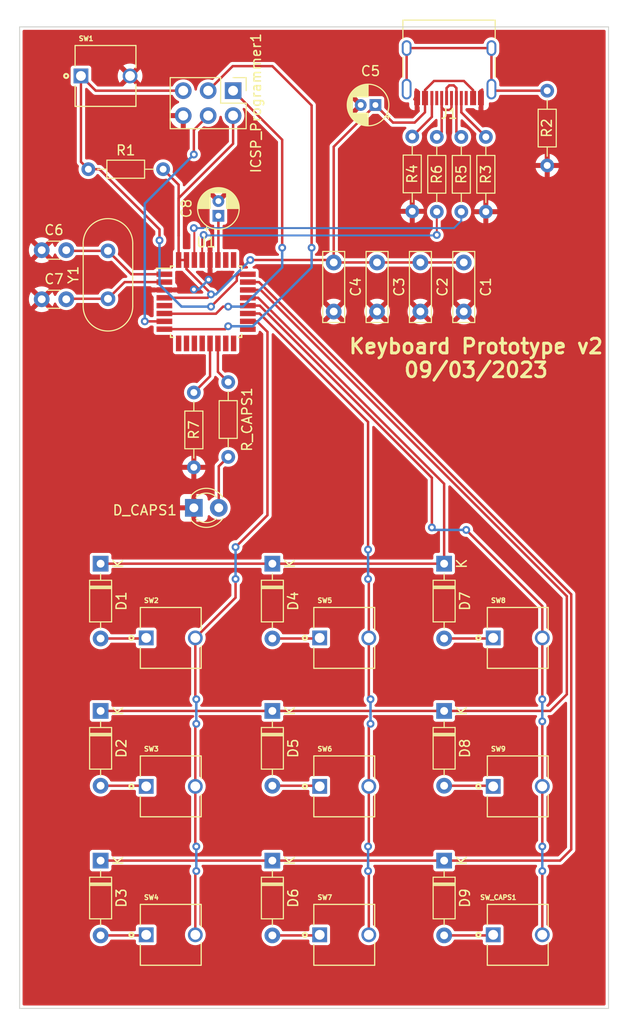
<source format=kicad_pcb>
(kicad_pcb (version 20211014) (generator pcbnew)
  (layers (0 "F.Cu" signal) (31 "B.Cu" signal) (34 "B.Paste" user) (35 "F.Paste" user) (36 "B.SilkS" user "B.Silkscreen") (37 "F.SilkS" user "F.Silkscreen") (38 "B.Mask" user) (39 "F.Mask" user) (44 "Edge.Cuts" user))
  (net 0 "")
  (net 1 "Net-(C6-Pad2)")
  (net 2 "Net-(C7-Pad2)")
  (net 3 "Net-(C8-Pad1)")
  (net 4 "Net-(D1-Pad2)")
  (net 5 "Net-(D2-Pad2)")
  (net 6 "ROW3")
  (net 7 "Net-(D3-Pad2)")
  (net 8 "Net-(D4-Pad2)")
  (net 9 "Net-(D5-Pad2)")
  (net 10 "Net-(D6-Pad2)")
  (net 11 "Net-(D7-Pad2)")
  (net 12 "Net-(D8-Pad2)")
  (net 13 "Net-(D9-Pad2)")
  (net 14 "Net-(J1-PadA5)")
  (net 15 "Net-(J1-PadA6)")
  (net 16 "Net-(J1-PadA7)")
  (net 18 "Net-(J1-PadB5)")
  (net 20 "Net-(J1-PadS1)")
  (net 21 "RESET")
  (net 22 "D-")
  (net 23 "D+")
  (net 24 "Net-(R7-Pad1)")
  (net 25 "CAPS")
  (net 26 "COL1")
  (net 27 "COL2")
  (net 28 "COL3")
  (net 31 "VCC")
  (net 32 "GND")
  (net 40 "ROW1")
  (net 41 "ROW2")
  (net 42 "MISO")
  (net 43 "MOSI")
  (net 44 "SCLK")
  (net 46 "Net-(R_CAPS1-Pad2)")
  (footprint "Diode_THT:D_DO-35_SOD27_P7.62mm_Horizontal" (layer "F.Cu") (at 43.5 74.69 -90)
    (fp_text reference "D1" (at 3.81 -2.12 90) (layer "F.SilkS"))
    (fp_text value "1N4148")
    (fp_text user "K" (at 0 -1.8 90) (layer "F.SilkS"))
    (pad "1" thru_hole rect (at 0 0 270) (size 1.6 1.6) (drill 0.8) (layers *.Cu *.Mask) (net 40 "ROW1"))
    (pad "2" thru_hole oval (at 7.62 0 270) (size 1.6 1.6) (drill 0.8) (layers *.Cu *.Mask) (net 4 "Net-(D1-Pad2)"))
  )
  (footprint "Button - Alternate:SW_4-1437565-0" (layer "F.Cu") (at 68.32375 97.375)
    (fp_text reference "SW6" (at -1.979083 -3.810736) (layer "F.SilkS") (effects (font (size 0.480749 0.480749))))
    (fp_text value "SW_Push")
    (pad "1" thru_hole rect locked (at -2.5019 0) (size 1.508 1.508) (drill 1) (layers *.Cu *.Mask) (net 9 "Net-(D5-Pad2)"))
    (pad "2" thru_hole circle locked (at 2.5019 0) (size 1.508 1.508) (drill 1) (layers *.Cu *.Mask) (net 27 "COL2"))
  )
  (footprint "Button - Alternate:SW_4-1437565-0" (layer "F.Cu") (at 86 97.375)
    (fp_text reference "SW9" (at -1.979083 -3.810736) (layer "F.SilkS") (effects (font (size 0.480749 0.480749))))
    (fp_text value "SW_Push")
    (pad "1" thru_hole rect locked (at -2.5019 0) (size 1.508 1.508) (drill 1) (layers *.Cu *.Mask) (net 12 "Net-(D8-Pad2)"))
    (pad "2" thru_hole circle locked (at 2.5019 0) (size 1.508 1.508) (drill 1) (layers *.Cu *.Mask) (net 28 "COL3"))
  )
  (footprint "Button - Alternate:SW_4-1437565-0" (layer "F.Cu") (at 68.32375 82.25)
    (fp_text reference "SW5" (at -1.979083 -3.810736) (layer "F.SilkS") (effects (font (size 0.480749 0.480749))))
    (fp_text value "SW_Push")
    (pad "1" thru_hole rect locked (at -2.5019 0) (size 1.508 1.508) (drill 1) (layers *.Cu *.Mask) (net 8 "Net-(D4-Pad2)"))
    (pad "2" thru_hole circle locked (at 2.5019 0) (size 1.508 1.508) (drill 1) (layers *.Cu *.Mask) (net 27 "COL2"))
  )
  (footprint "Button - Alternate:SW_4-1437565-0" (layer "F.Cu") (at 68.32375 112.5)
    (fp_text reference "SW7" (at -1.979083 -3.810736) (layer "F.SilkS") (effects (font (size 0.480749 0.480749))))
    (fp_text value "SW_Push")
    (pad "1" thru_hole rect locked (at -2.5019 0) (size 1.508 1.508) (drill 1) (layers *.Cu *.Mask) (net 10 "Net-(D6-Pad2)"))
    (pad "2" thru_hole circle locked (at 2.5019 0) (size 1.508 1.508) (drill 1) (layers *.Cu *.Mask) (net 27 "COL2"))
  )
  (footprint "Capacitor_THT:C_Disc_D3.0mm_W1.6mm_P2.50mm" (layer "F.Cu") (at 37.5 47.75)
    (fp_text reference "C7" (at 1.25 -2.05) (layer "F.SilkS"))
    (fp_text value "22pf")
    (pad "1" thru_hole circle (at 0 0) (size 1.6 1.6) (drill 0.8) (layers *.Cu *.Mask) (net 32 "GND"))
    (pad "2" thru_hole circle (at 2.5 0) (size 1.6 1.6) (drill 0.8) (layers *.Cu *.Mask) (net 2 "Net-(C7-Pad2)"))
  )
  (footprint "Diode_THT:D_DO-35_SOD27_P7.62mm_Horizontal" (layer "F.Cu") (at 61 74.69 -90)
    (fp_text reference "D4" (at 3.81 -2.12 90) (layer "F.SilkS"))
    (fp_text value "1N4148")
    (fp_text user "K" (at 0 -1.8 90) (layer "F.SilkS"))
    (pad "1" thru_hole rect (at 0 0 270) (size 1.6 1.6) (drill 0.8) (layers *.Cu *.Mask) (net 40 "ROW1"))
    (pad "2" thru_hole oval (at 7.62 0 270) (size 1.6 1.6) (drill 0.8) (layers *.Cu *.Mask) (net 8 "Net-(D4-Pad2)"))
  )
  (footprint "Resistor_THT:R_Axial_DIN0204_L3.6mm_D1.6mm_P7.62mm_Horizontal" (layer "F.Cu") (at 89 26.5 -90)
    (fp_text reference "R2" (at 3.81 0.04 90) (layer "F.SilkS"))
    (fp_text value "10M")
    (pad "1" thru_hole circle (at 0 0 270) (size 1.4 1.4) (drill 0.7) (layers *.Cu *.Mask) (net 20 "Net-(J1-PadS1)"))
    (pad "2" thru_hole oval (at 7.62 0 270) (size 1.4 1.4) (drill 0.7) (layers *.Cu *.Mask) (net 32 "GND"))
  )
  (footprint "Capacitor_THT:C_Rect_L7.0mm_W2.0mm_P5.00mm" (layer "F.Cu") (at 80.5 44 -90)
    (fp_text reference "C1" (at 2.5 -2.25 90) (layer "F.SilkS"))
    (fp_text value "0.1uf")
    (pad "1" thru_hole circle (at 0 0 270) (size 1.6 1.6) (drill 0.8) (layers *.Cu *.Mask) (net 31 "VCC"))
    (pad "2" thru_hole circle (at 5 0 270) (size 1.6 1.6) (drill 0.8) (layers *.Cu *.Mask) (net 32 "GND"))
  )
  (footprint "Capacitor_THT:CP_Radial_D4.0mm_P1.50mm" (layer "F.Cu") (at 55.5 39.25 90)
    (fp_text reference "C8" (at 0.75 -3.25 90) (layer "F.SilkS"))
    (fp_text value "1uf")
    (pad "1" thru_hole rect (at 0 0 90) (size 1.2 1.2) (drill 0.6) (layers *.Cu *.Mask) (net 3 "Net-(C8-Pad1)"))
    (pad "2" thru_hole circle (at 1.5 0 90) (size 1.2 1.2) (drill 0.6) (layers *.Cu *.Mask) (net 32 "GND"))
  )
  (footprint "Connector_PinHeader_2.54mm:PinHeader_2x03_P2.54mm_Vertical" (layer "F.Cu") (at 57 26.5 -90)
    (fp_text reference "ICSP_Programmer1" (at 1.27 -2.33 -90) (layer "F.SilkS"))
    (fp_text value "Conn_02x03_Odd_Even")
    (pad "1" thru_hole rect (at 0 0 270) (size 1.7 1.7) (drill 1) (layers *.Cu *.Mask) (net 42 "MISO"))
    (pad "2" thru_hole oval (at 2.54 0 270) (size 1.7 1.7) (drill 1) (layers *.Cu *.Mask) (net 31 "VCC"))
    (pad "3" thru_hole oval (at 0 2.54 270) (size 1.7 1.7) (drill 1) (layers *.Cu *.Mask) (net 44 "SCLK"))
    (pad "4" thru_hole oval (at 2.54 2.54 270) (size 1.7 1.7) (drill 1) (layers *.Cu *.Mask) (net 43 "MOSI"))
    (pad "5" thru_hole oval (at 0 5.08 270) (size 1.7 1.7) (drill 1) (layers *.Cu *.Mask) (net 21 "RESET"))
    (pad "6" thru_hole oval (at 2.54 5.08 270) (size 1.7 1.7) (drill 1) (layers *.Cu *.Mask) (net 32 "GND"))
  )
  (footprint "Resistor_THT:R_Axial_DIN0204_L3.6mm_D1.6mm_P7.62mm_Horizontal" (layer "F.Cu") (at 42.25 34.5)
    (fp_text reference "R1" (at 3.81 -1.92) (layer "F.SilkS"))
    (fp_text value "10k")
    (pad "1" thru_hole circle (at 0 0) (size 1.4 1.4) (drill 0.7) (layers *.Cu *.Mask) (net 21 "RESET"))
    (pad "2" thru_hole oval (at 7.62 0) (size 1.4 1.4) (drill 0.7) (layers *.Cu *.Mask) (net 31 "VCC"))
  )
  (footprint "Capacitor_THT:C_Rect_L7.0mm_W2.0mm_P5.00mm" (layer "F.Cu") (at 71.666668 44 -90)
    (fp_text reference "C3" (at 2.5 -2.25 90) (layer "F.SilkS"))
    (fp_text value "0.1uf")
    (pad "1" thru_hole circle (at 0 0 270) (size 1.6 1.6) (drill 0.8) (layers *.Cu *.Mask) (net 31 "VCC"))
    (pad "2" thru_hole circle (at 5 0 270) (size 1.6 1.6) (drill 0.8) (layers *.Cu *.Mask) (net 32 "GND"))
  )
  (footprint "Resistor_THT:R_Axial_DIN0204_L3.6mm_D1.6mm_P7.62mm_Horizontal" (layer "F.Cu") (at 80.25 31.21 -90)
    (fp_text reference "R5" (at 3.81 0 -90) (layer "F.SilkS"))
    (fp_text value "22ohm")
    (pad "1" thru_hole circle (at 0 0 270) (size 1.4 1.4) (drill 0.7) (layers *.Cu *.Mask) (net 16 "Net-(J1-PadA7)"))
    (pad "2" thru_hole oval (at 7.62 0 270) (size 1.4 1.4) (drill 0.7) (layers *.Cu *.Mask) (net 22 "D-"))
  )
  (footprint "Connector_USB:USB_C_Receptacle_HRO_TYPE-C-31-M-12" (layer "F.Cu") (at 79 23.21 180)
    (fp_text reference "J1" (at 0 -5.645) (layer "F.SilkS"))
    (fp_text value "USB_C_Receptacle_USB2.0")
    (pad "" np_thru_hole circle (at 2.89 -2.6 180) (size 0.65 0.65) (drill 0.65) (layers *.Cu *.Mask))
    (pad "" np_thru_hole circle (at -2.89 -2.6 180) (size 0.65 0.65) (drill 0.65) (layers *.Cu *.Mask))
    (pad "A1" smd rect (at -3.25 -4.045 180) (size 0.6 1.45) (layers "F.Cu" "F.Paste" "F.Mask") (net 32 "GND"))
    (pad "A4" smd rect (at -2.45 -4.045 180) (size 0.6 1.45) (layers "F.Cu" "F.Paste" "F.Mask") (net 31 "VCC"))
    (pad "A5" smd rect (at -1.25 -4.045 180) (size 0.3 1.45) (layers "F.Cu" "F.Paste" "F.Mask") (net 14 "Net-(J1-PadA5)"))
    (pad "A6" smd rect (at -0.25 -4.045 180) (size 0.3 1.45) (layers "F.Cu" "F.Paste" "F.Mask") (net 15 "Net-(J1-PadA6)"))
    (pad "A7" smd rect (at 0.25 -4.045 180) (size 0.3 1.45) (layers "F.Cu" "F.Paste" "F.Mask") (net 16 "Net-(J1-PadA7)"))
    (pad "A8" smd rect (at 1.25 -4.045 180) (size 0.3 1.45) (layers "F.Cu" "F.Paste" "F.Mask"))
    (pad "A9" smd rect (at 2.45 -4.045 180) (size 0.6 1.45) (layers "F.Cu" "F.Paste" "F.Mask") (net 31 "VCC"))
    (pad "A12" smd rect (at 3.25 -4.045 180) (size 0.6 1.45) (layers "F.Cu" "F.Paste" "F.Mask") (net 32 "GND"))
    (pad "B1" smd rect (at 3.25 -4.045 180) (size 0.6 1.45) (layers "F.Cu" "F.Paste" "F.Mask") (net 32 "GND"))
    (pad "B4" smd rect (at 2.45 -4.045 180) (size 0.6 1.45) (layers "F.Cu" "F.Paste" "F.Mask") (net 31 "VCC"))
    (pad "B5" smd rect (at 1.75 -4.045 180) (size 0.3 1.45) (layers "F.Cu" "F.Paste" "F.Mask") (net 18 "Net-(J1-PadB5)"))
    (pad "B6" smd rect (at 0.75 -4.045 180) (size 0.3 1.45) (layers "F.Cu" "F.Paste" "F.Mask") (net 15 "Net-(J1-PadA6)"))
    (pad "B7" smd rect (at -0.75 -4.045 180) (size 0.3 1.45) (layers "F.Cu" "F.Paste" "F.Mask") (net 16 "Net-(J1-PadA7)"))
    (pad "B8" smd rect (at -1.75 -4.045 180) (size 0.3 1.45) (layers "F.Cu" "F.Paste" "F.Mask"))
    (pad "B9" smd rect (at -2.45 -4.045 180) (size 0.6 1.45) (layers "F.Cu" "F.Paste" "F.Mask") (net 31 "VCC"))
    (pad "B12" smd rect (at -3.25 -4.045 180) (size 0.6 1.45) (layers "F.Cu" "F.Paste" "F.Mask") (net 32 "GND"))
    (pad "S1" thru_hole oval (at 4.32 1.05 180) (size 1 1.6) (drill oval 0.6 1.2) (layers *.Cu *.Mask) (net 20 "Net-(J1-PadS1)"))
    (pad "S1" thru_hole oval (at -4.32 1.05 180) (size 1 1.6) (drill oval 0.6 1.2) (layers *.Cu *.Mask) (net 20 "Net-(J1-PadS1)"))
    (pad "S1" thru_hole oval (at -4.32 -3.13 180) (size 1 2.1) (drill oval 0.6 1.7) (layers *.Cu *.Mask) (net 20 "Net-(J1-PadS1)"))
    (pad "S1" thru_hole oval (at 4.32 -3.13 180) (size 1 2.1) (drill oval 0.6 1.7) (layers *.Cu *.Mask) (net 20 "Net-(J1-PadS1)"))
  )
  (footprint "Diode_THT:D_DO-35_SOD27_P7.62mm_Horizontal" (layer "F.Cu") (at 78.5 104.94 -90)
    (fp_text reference "D9" (at 3.81 -2.12 90) (layer "F.SilkS"))
    (fp_text value "1N4148")
    (fp_text user "K" (at 0 -1.8 90) (layer "F.SilkS"))
    (pad "1" thru_hole rect (at 0 0 270) (size 1.6 1.6) (drill 0.8) (layers *.Cu *.Mask) (net 6 "ROW3"))
    (pad "2" thru_hole oval (at 7.62 0 270) (size 1.6 1.6) (drill 0.8) (layers *.Cu *.Mask) (net 13 "Net-(D9-Pad2)"))
  )
  (footprint "Resistor_THT:R_Axial_DIN0204_L3.6mm_D1.6mm_P7.62mm_Horizontal" (layer "F.Cu") (at 75.25 31.17 -90)
    (fp_text reference "R4" (at 3.81 0 -90) (layer "F.SilkS"))
    (fp_text value "5.1k")
    (pad "1" thru_hole circle (at 0 0 270) (size 1.4 1.4) (drill 0.7) (layers *.Cu *.Mask) (net 18 "Net-(J1-PadB5)"))
    (pad "2" thru_hole oval (at 7.62 0 270) (size 1.4 1.4) (drill 0.7) (layers *.Cu *.Mask) (net 32 "GND"))
  )
  (footprint "Button - Alternate:SW_4-1437565-0" (layer "F.Cu") (at 50.6475 82.25)
    (fp_text reference "SW2" (at -1.979083 -3.810736) (layer "F.SilkS") (effects (font (size 0.480749 0.480749))))
    (fp_text value "SW_Push")
    (pad "1" thru_hole rect locked (at -2.5019 0) (size 1.508 1.508) (drill 1) (layers *.Cu *.Mask) (net 4 "Net-(D1-Pad2)"))
    (pad "2" thru_hole circle locked (at 2.5019 0) (size 1.508 1.508) (drill 1) (layers *.Cu *.Mask) (net 26 "COL1"))
  )
  (footprint "Button - Alternate:SW_4-1437565-0" (layer "F.Cu") (at 44 25)
    (fp_text reference "SW1" (at -1.979083 -3.810736) (layer "F.SilkS") (effects (font (size 0.480749 0.480749))))
    (fp_text value "SW_Push")
    (pad "1" thru_hole rect locked (at -2.5019 0) (size 1.508 1.508) (drill 1) (layers *.Cu *.Mask) (net 21 "RESET"))
    (pad "2" thru_hole circle locked (at 2.5019 0) (size 1.508 1.508) (drill 1) (layers *.Cu *.Mask) (net 32 "GND"))
  )
  (footprint "Package_QFP:TQFP-32_7x7mm_P0.8mm" (layer "F.Cu") (at 54.25 48)
    (fp_text reference "U1" (at 0 -6.05) (layer "F.SilkS"))
    (fp_text value "ATmega8U2-A")
    (pad "1" smd rect (at -4.25 -2.8) (size 1.6 0.55) (layers "F.Cu" "F.Paste" "F.Mask") (net 1 "Net-(C6-Pad2)"))
    (pad "2" smd rect (at -4.25 -2) (size 1.6 0.55) (layers "F.Cu" "F.Paste" "F.Mask") (net 2 "Net-(C7-Pad2)"))
    (pad "3" smd rect (at -4.25 -1.2) (size 1.6 0.55) (layers "F.Cu" "F.Paste" "F.Mask") (net 32 "GND"))
    (pad "4" smd rect (at -4.25 -0.4) (size 1.6 0.55) (layers "F.Cu" "F.Paste" "F.Mask") (net 31 "VCC"))
    (pad "5" smd rect (at -4.25 0.4) (size 1.6 0.55) (layers "F.Cu" "F.Paste" "F.Mask"))
    (pad "6" smd rect (at -4.25 1.2) (size 1.6 0.55) (layers "F.Cu" "F.Paste" "F.Mask") (net 42 "MISO"))
    (pad "7" smd rect (at -4.25 2) (size 1.6 0.55) (layers "F.Cu" "F.Paste" "F.Mask") (net 43 "MOSI"))
    (pad "8" smd rect (at -4.25 2.8) (size 1.6 0.55) (layers "F.Cu" "F.Paste" "F.Mask") (net 44 "SCLK"))
    (pad "9" smd rect (at -2.8 4.25 90) (size 1.6 0.55) (layers "F.Cu" "F.Paste" "F.Mask"))
    (pad "10" smd rect (at -2 4.25 90) (size 1.6 0.55) (layers "F.Cu" "F.Paste" "F.Mask"))
    (pad "11" smd rect (at -1.2 4.25 90) (size 1.6 0.55) (layers "F.Cu" "F.Paste" "F.Mask"))
    (pad "12" smd rect (at -0.4 4.25 90) (size 1.6 0.55) (layers "F.Cu" "F.Paste" "F.Mask"))
    (pad "13" smd rect (at 0.4 4.25 90) (size 1.6 0.55) (layers "F.Cu" "F.Paste" "F.Mask") (net 24 "Net-(R7-Pad1)"))
    (pad "14" smd rect (at 1.2 4.25 90) (size 1.6 0.55) (layers "F.Cu" "F.Paste" "F.Mask") (net 25 "CAPS"))
    (pad "15" smd rect (at 2 4.25 90) (size 1.6 0.55) (layers "F.Cu" "F.Paste" "F.Mask"))
    (pad "16" smd rect (at 2.8 4.25 90) (size 1.6 0.55) (layers "F.Cu" "F.Paste" "F.Mask"))
    (pad "17" smd rect (at 4.25 2.8) (size 1.6 0.55) (layers "F.Cu" "F.Paste" "F.Mask"))
    (pad "18" smd rect (at 4.25 2) (size 1.6 0.55) (layers "F.Cu" "F.Paste" "F.Mask") (net 26 "COL1"))
    (pad "19" smd rect (at 4.25 1.2) (size 1.6 0.55) (layers "F.Cu" "F.Paste" "F.Mask") (net 27 "COL2"))
    (pad "20" smd rect (at 4.25 0.4) (size 1.6 0.55) (layers "F.Cu" "F.Paste" "F.Mask") (net 28 "COL3"))
    (pad "21" smd rect (at 4.25 -0.4) (size 1.6 0.55) (layers "F.Cu" "F.Paste" "F.Mask") (net 40 "ROW1"))
    (pad "22" smd rect (at 4.25 -1.2) (size 1.6 0.55) (layers "F.Cu" "F.Paste" "F.Mask") (net 41 "ROW2"))
    (pad "23" smd rect (at 4.25 -2) (size 1.6 0.55) (layers "F.Cu" "F.Paste" "F.Mask") (net 6 "ROW3"))
    (pad "24" smd rect (at 4.25 -2.8) (size 1.6 0.55) (layers "F.Cu" "F.Paste" "F.Mask") (net 21 "RESET"))
    (pad "25" smd rect (at 2.8 -4.25 90) (size 1.6 0.55) (layers "F.Cu" "F.Paste" "F.Mask"))
    (pad "26" smd rect (at 2 -4.25 90) (size 1.6 0.55) (layers "F.Cu" "F.Paste" "F.Mask"))
    (pad "27" smd rect (at 1.2 -4.25 90) (size 1.6 0.55) (layers "F.Cu" "F.Paste" "F.Mask") (net 3 "Net-(C8-Pad1)"))
    (pad "28" smd rect (at 0.4 -4.25 90) (size 1.6 0.55) (layers "F.Cu" "F.Paste" "F.Mask") (net 32 "GND"))
    (pad "29" smd rect (at -0.4 -4.25 90) (size 1.6 0.55) (layers "F.Cu" "F.Paste" "F.Mask") (net 23 "D+"))
    (pad "30" smd rect (at -1.2 -4.25 90) (size 1.6 0.55) (layers "F.Cu" "F.Paste" "F.Mask") (net 22 "D-"))
    (pad "31" smd rect (at -2 -4.25 90) (size 1.6 0.55) (layers "F.Cu" "F.Paste" "F.Mask") (net 31 "VCC"))
    (pad "32" smd rect (at -2.8 -4.25 90) (size 1.6 0.55) (layers "F.Cu" "F.Paste" "F.Mask") (net 31 "VCC"))
  )
  (footprint "Button - Alternate:SW_4-1437565-0" (layer "F.Cu") (at 86 82.25)
    (fp_text reference "SW8" (at -1.979083 -3.810736) (layer "F.SilkS") (effects (font (size 0.480749 0.480749))))
    (fp_text value "SW_Push")
    (pad "1" thru_hole rect locked (at -2.5019 0) (size 1.508 1.508) (drill 1) (layers *.Cu *.Mask) (net 11 "Net-(D7-Pad2)"))
    (pad "2" thru_hole circle locked (at 2.5019 0) (size 1.508 1.508) (drill 1) (layers *.Cu *.Mask) (net 28 "COL3"))
  )
  (footprint "Capacitor_THT:CP_Radial_D4.0mm_P1.50mm" (layer "F.Cu") (at 71.5 27.96 180)
    (fp_text reference "C5" (at 0.5 3.46) (layer "F.SilkS"))
    (fp_text value "10uf")
    (pad "1" thru_hole rect (at 0 0 180) (size 1.2 1.2) (drill 0.6) (layers *.Cu *.Mask) (net 31 "VCC"))
    (pad "2" thru_hole circle (at 1.5 0 180) (size 1.2 1.2) (drill 0.6) (layers *.Cu *.Mask) (net 32 "GND"))
  )
  (footprint "Resistor_THT:R_Axial_DIN0204_L3.6mm_D1.6mm_P7.62mm_Horizontal" (layer "F.Cu") (at 77.75 31.21 -90)
    (fp_text reference "R6" (at 3.81 0 -90) (layer "F.SilkS"))
    (fp_text value "22ohm")
    (pad "1" thru_hole circle (at 0 0 270) (size 1.4 1.4) (drill 0.7) (layers *.Cu *.Mask) (net 15 "Net-(J1-PadA6)"))
    (pad "2" thru_hole oval (at 7.62 0 270) (size 1.4 1.4) (drill 0.7) (layers *.Cu *.Mask) (net 23 "D+"))
  )
  (footprint "Resistor_THT:R_Axial_DIN0204_L3.6mm_D1.6mm_P7.62mm_Horizontal" (layer "F.Cu") (at 82.75 31.21 -90)
    (fp_text reference "R3" (at 3.81 0 -90) (layer "F.SilkS"))
    (fp_text value "5.1k")
    (pad "1" thru_hole circle (at 0 0 270) (size 1.4 1.4) (drill 0.7) (layers *.Cu *.Mask) (net 14 "Net-(J1-PadA5)"))
    (pad "2" thru_hole oval (at 7.62 0 270) (size 1.4 1.4) (drill 0.7) (layers *.Cu *.Mask) (net 32 "GND"))
  )
  (footprint "LED_THT:LED_D3.0mm" (layer "F.Cu") (at 53 69)
    (fp_text reference "D_CAPS1" (at -5 0.25) (layer "F.SilkS"))
    (fp_text value "LED")
    (pad "1" thru_hole rect (at 0 0) (size 1.8 1.8) (drill 0.9) (layers *.Cu *.Mask) (net 32 "GND"))
    (pad "2" thru_hole circle (at 2.54 0) (size 1.8 1.8) (drill 0.9) (layers *.Cu *.Mask) (net 46 "Net-(R_CAPS1-Pad2)"))
  )
  (footprint "Button - Alternate:SW_4-1437565-0" (layer "F.Cu") (at 50.6475 112.5)
    (fp_text reference "SW4" (at -1.979083 -3.810736) (layer "F.SilkS") (effects (font (size 0.480749 0.480749))))
    (fp_text value "SW_Push")
    (pad "1" thru_hole rect locked (at -2.5019 0) (size 1.508 1.508) (drill 1) (layers *.Cu *.Mask) (net 7 "Net-(D3-Pad2)"))
    (pad "2" thru_hole circle locked (at 2.5019 0) (size 1.508 1.508) (drill 1) (layers *.Cu *.Mask) (net 26 "COL1"))
  )
  (footprint "Resistor_THT:R_Axial_DIN0204_L3.6mm_D1.6mm_P7.62mm_Horizontal" (layer "F.Cu") (at 53 57.25 -90)
    (fp_text reference "R7" (at 3.81 0 -90) (layer "F.SilkS"))
    (fp_text value "10k")
    (pad "1" thru_hole circle (at 0 0 270) (size 1.4 1.4) (drill 0.7) (layers *.Cu *.Mask) (net 24 "Net-(R7-Pad1)"))
    (pad "2" thru_hole oval (at 7.62 0 270) (size 1.4 1.4) (drill 0.7) (layers *.Cu *.Mask) (net 32 "GND"))
  )
  (footprint "Diode_THT:D_DO-35_SOD27_P7.62mm_Horizontal" (layer "F.Cu") (at 43.5 89.69 -90)
    (fp_text reference "D2" (at 3.81 -2.12 90) (layer "F.SilkS"))
    (fp_text value "1N4148")
    (fp_text user "K" (at 0 -1.8 90) (layer "F.SilkS"))
    (pad "1" thru_hole rect (at 0 0 270) (size 1.6 1.6) (drill 0.8) (layers *.Cu *.Mask) (net 41 "ROW2"))
    (pad "2" thru_hole oval (at 7.62 0 270) (size 1.6 1.6) (drill 0.8) (layers *.Cu *.Mask) (net 5 "Net-(D2-Pad2)"))
  )
  (footprint "Button - Alternate:SW_4-1437565-0" (layer "F.Cu") (at 50.6475 97.375)
    (fp_text reference "SW3" (at -1.979083 -3.810736) (layer "F.SilkS") (effects (font (size 0.480749 0.480749))))
    (fp_text value "SW_Push")
    (pad "1" thru_hole rect locked (at -2.5019 0) (size 1.508 1.508) (drill 1) (layers *.Cu *.Mask) (net 5 "Net-(D2-Pad2)"))
    (pad "2" thru_hole circle locked (at 2.5019 0) (size 1.508 1.508) (drill 1) (layers *.Cu *.Mask) (net 26 "COL1"))
  )
  (footprint "Button - Alternate:SW_4-1437565-0" (layer "F.Cu") (at 86 112.5)
    (fp_text reference "SW_CAPS1" (at -1.979083 -3.810736) (layer "F.SilkS") (effects (font (size 0.480749 0.480749))))
    (fp_text value "SW_Push")
    (pad "1" thru_hole rect locked (at -2.5019 0) (size 1.508 1.508) (drill 1) (layers *.Cu *.Mask) (net 13 "Net-(D9-Pad2)"))
    (pad "2" thru_hole circle locked (at 2.5019 0) (size 1.508 1.508) (drill 1) (layers *.Cu *.Mask) (net 28 "COL3"))
  )
  (footprint "Capacitor_THT:C_Disc_D3.0mm_W1.6mm_P2.50mm" (layer "F.Cu") (at 37.5 42.75)
    (fp_text reference "C6" (at 1.25 -2.05) (layer "F.SilkS"))
    (fp_text value "22pf")
    (pad "1" thru_hole circle (at 0 0) (size 1.6 1.6) (drill 0.8) (layers *.Cu *.Mask) (net 32 "GND"))
    (pad "2" thru_hole circle (at 2.5 0) (size 1.6 1.6) (drill 0.8) (layers *.Cu *.Mask) (net 1 "Net-(C6-Pad2)"))
  )
  (footprint "Diode_THT:D_DO-35_SOD27_P7.62mm_Horizontal" (layer "F.Cu") (at 43.5 104.94 -90)
    (fp_text reference "D3" (at 3.81 -2.12 90) (layer "F.SilkS"))
    (fp_text value "1N4148")
    (fp_text user "K" (at 0 -1.8 90) (layer "F.SilkS"))
    (pad "1" thru_hole rect (at 0 0 270) (size 1.6 1.6) (drill 0.8) (layers *.Cu *.Mask) (net 6 "ROW3"))
    (pad "2" thru_hole oval (at 7.62 0 270) (size 1.6 1.6) (drill 0.8) (layers *.Cu *.Mask) (net 7 "Net-(D3-Pad2)"))
  )
  (footprint "Capacitor_THT:C_Rect_L7.0mm_W2.0mm_P5.00mm" (layer "F.Cu") (at 76.083334 44 -90)
    (fp_text reference "C2" (at 2.5 -2.25 90) (layer "F.SilkS"))
    (fp_text value "0.1uf")
    (pad "1" thru_hole circle (at 0 0 270) (size 1.6 1.6) (drill 0.8) (layers *.Cu *.Mask) (net 31 "VCC"))
    (pad "2" thru_hole circle (at 5 0 270) (size 1.6 1.6) (drill 0.8) (layers *.Cu *.Mask) (net 32 "GND"))
  )
  (footprint "Diode_THT:D_DO-35_SOD27_P7.62mm_Horizontal" (layer "F.Cu") (at 78.5 89.69 -90)
    (fp_text reference "D8" (at 3.81 -2.12 90) (layer "F.SilkS"))
    (fp_text value "1N4148")
    (fp_text user "K" (at 0 -1.8 90) (layer "F.SilkS"))
    (pad "1" thru_hole rect (at 0 0 270) (size 1.6 1.6) (drill 0.8) (layers *.Cu *.Mask) (net 41 "ROW2"))
    (pad "2" thru_hole oval (at 7.62 0 270) (size 1.6 1.6) (drill 0.8) (layers *.Cu *.Mask) (net 12 "Net-(D8-Pad2)"))
  )
  (footprint "Diode_THT:D_DO-35_SOD27_P7.62mm_Horizontal" (layer "F.Cu") (at 61 89.69 -90)
    (fp_text reference "D5" (at 3.81 -2.12 90) (layer "F.SilkS"))
    (fp_text value "1N4148")
    (fp_text user "K" (at 0 -1.8 90) (layer "F.SilkS"))
    (pad "1" thru_hole rect (at 0 0 270) (size 1.6 1.6) (drill 0.8) (layers *.Cu *.Mask) (net 41 "ROW2"))
    (pad "2" thru_hole oval (at 7.62 0 270) (size 1.6 1.6) (drill 0.8) (layers *.Cu *.Mask) (net 9 "Net-(D5-Pad2)"))
  )
  (footprint "Diode_THT:D_DO-35_SOD27_P7.62mm_Horizontal" (layer "F.Cu") (at 61 104.94 -90)
    (fp_text reference "D6" (at 3.81 -2.12 90) (layer "F.SilkS"))
    (fp_text value "1N4148")
    (fp_text user "K" (at 0 -1.8 90) (layer "F.SilkS"))
    (pad "1" thru_hole rect (at 0 0 270) (size 1.6 1.6) (drill 0.8) (layers *.Cu *.Mask) (net 6 "ROW3"))
    (pad "2" thru_hole oval (at 7.62 0 270) (size 1.6 1.6) (drill 0.8) (layers *.Cu *.Mask) (net 10 "Net-(D6-Pad2)"))
  )
  (footprint "Diode_THT:D_DO-35_SOD27_P7.62mm_Horizontal" (layer "F.Cu") (at 78.5 74.69 -90)
    (fp_text reference "D7" (at 3.81 -2.12 90) (layer "F.SilkS"))
    (fp_text value "1N4148")
    (fp_text user "K" (at 0 -1.8 90) (layer "F.SilkS"))
    (pad "1" thru_hole rect (at 0 0 270) (size 1.6 1.6) (drill 0.8) (layers *.Cu *.Mask) (net 40 "ROW1"))
    (pad "2" thru_hole oval (at 7.62 0 270) (size 1.6 1.6) (drill 0.8) (layers *.Cu *.Mask) (net 11 "Net-(D7-Pad2)"))
  )
  (footprint "Crystal:Crystal_HC49-4H_Vertical" (layer "F.Cu") (at 44.25 47.7 90)
    (fp_text reference "Y1" (at 2.44 -3.525 90) (layer "F.SilkS"))
    (fp_text value "16mhz")
    (pad "1" thru_hole circle (at 0 0 90) (size 1.5 1.5) (drill 0.8) (layers *.Cu *.Mask) (net 2 "Net-(C7-Pad2)"))
    (pad "2" thru_hole circle (at 4.88 0 90) (size 1.5 1.5) (drill 0.8) (layers *.Cu *.Mask) (net 1 "Net-(C6-Pad2)"))
  )
  (footprint "Resistor_THT:R_Axial_DIN0204_L3.6mm_D1.6mm_P7.62mm_Horizontal" (layer "F.Cu") (at 56.5 56.19 -90)
    (fp_text reference "R_CAPS1" (at 3.81 -1.92 -90) (layer "F.SilkS"))
    (fp_text value "147ohm")
    (pad "1" thru_hole circle (at 0 0 270) (size 1.4 1.4) (drill 0.7) (layers *.Cu *.Mask) (net 25 "CAPS"))
    (pad "2" thru_hole oval (at 7.62 0 270) (size 1.4 1.4) (drill 0.7) (layers *.Cu *.Mask) (net 46 "Net-(R_CAPS1-Pad2)"))
  )
  (footprint "Capacitor_THT:C_Rect_L7.0mm_W2.0mm_P5.00mm" (layer "F.Cu") (at 67.25 44 -90)
    (fp_text reference "C4" (at 2.5 -2.25 90) (layer "F.SilkS"))
    (fp_text value "0.1uf")
    (pad "1" thru_hole circle (at 0 0 270) (size 1.6 1.6) (drill 0.8) (layers *.Cu *.Mask) (net 31 "VCC"))
    (pad "2" thru_hole circle (at 5 0 270) (size 1.6 1.6) (drill 0.8) (layers *.Cu *.Mask) (net 32 "GND"))
  )
  (gr_line (start 95.25 20) (end 35.25 20) (layer "Edge.Cuts") (width 0.1))
  (gr_line (start 95.25 120) (end 95.25 20) (layer "Edge.Cuts") (width 0.1))
  (gr_line (start 35.25 20) (end 35.25 120) (layer "Edge.Cuts") (width 0.1))
  (gr_line (start 35.25 120) (end 95.25 120) (layer "Edge.Cuts") (width 0.1))
  (gr_text "Keyboard Prototype v2\n09/03/2023" (at 81.75 53.75) (layer "F.SilkS") (effects (font (size 1.5 1.5) (thickness 0.3))))
  (segment (start 44.25 42.82) (end 46.63 45.2) (width 0.25) (layer "F.Cu") (net 1))
  (segment (start 46.63 45.2) (end 50 45.2) (width 0.25) (layer "F.Cu") (net 1))
  (segment (start 40.07 42.82) (end 40 42.75) (width 0.25) (layer "F.Cu") (net 1))
  (segment (start 44.25 42.82) (end 40.07 42.82) (width 0.25) (layer "F.Cu") (net 1))
  (segment (start 44.25 47.7) (end 45.95 46) (width 0.25) (layer "F.Cu") (net 2))
  (segment (start 45.95 46) (end 50 46) (width 0.25) (layer "F.Cu") (net 2))
  (segment (start 44.25 47.7) (end 40.05 47.7) (width 0.25) (layer "F.Cu") (net 2))
  (segment (start 40.05 47.7) (end 40 47.75) (width 0.25) (layer "F.Cu") (net 2))
  (segment (start 55.5 39.25) (end 55.5 43.7) (width 0.25) (layer "F.Cu") (net 3))
  (segment (start 55.5 43.7) (end 55.45 43.75) (width 0.25) (layer "F.Cu") (net 3))
  (segment (start 43.5 82.31) (end 48.0856 82.31) (width 0.25) (layer "F.Cu") (net 4))
  (segment (start 48.0856 82.31) (end 48.1456 82.25) (width 0.25) (layer "F.Cu") (net 4))
  (segment (start 43.5 97.31) (end 48.0806 97.31) (width 0.25) (layer "F.Cu") (net 5))
  (segment (start 48.0806 97.31) (end 48.1456 97.375) (width 0.25) (layer "F.Cu") (net 5))
  (segment (start 61 104.94) (end 78.5 104.94) (width 0.25) (layer "F.Cu") (net 6))
  (segment (start 59.635718 46) (end 58.5 46) (width 0.25) (layer "F.Cu") (net 6))
  (segment (start 43.5 104.94) (end 61 104.94) (width 0.25) (layer "F.Cu") (net 6))
  (segment (start 91.44952 77.813802) (end 59.635718 46) (width 0.25) (layer "F.Cu") (net 6))
  (segment (start 91.44952 103.80048) (end 91.44952 77.813802) (width 0.25) (layer "F.Cu") (net 6))
  (segment (start 78.5 104.94) (end 90.31 104.94) (width 0.25) (layer "F.Cu") (net 6))
  (segment (start 90.31 104.94) (end 91.44952 103.80048) (width 0.25) (layer "F.Cu") (net 6))
  (segment (start 43.5 112.56) (end 48.0856 112.56) (width 0.25) (layer "F.Cu") (net 7))
  (segment (start 48.0856 112.56) (end 48.1456 112.5) (width 0.25) (layer "F.Cu") (net 7))
  (segment (start 61 82.31) (end 65.76185 82.31) (width 0.25) (layer "F.Cu") (net 8))
  (segment (start 65.76185 82.31) (end 65.82185 82.25) (width 0.25) (layer "F.Cu") (net 8))
  (segment (start 65.75685 97.31) (end 65.82185 97.375) (width 0.25) (layer "F.Cu") (net 9))
  (segment (start 61 97.31) (end 65.75685 97.31) (width 0.25) (layer "F.Cu") (net 9))
  (segment (start 65.76185 112.56) (end 65.82185 112.5) (width 0.25) (layer "F.Cu") (net 10))
  (segment (start 61 112.56) (end 65.76185 112.56) (width 0.25) (layer "F.Cu") (net 10))
  (segment (start 78.5 82.31) (end 83.4381 82.31) (width 0.25) (layer "F.Cu") (net 11))
  (segment (start 83.4381 82.31) (end 83.4981 82.25) (width 0.25) (layer "F.Cu") (net 11))
  (segment (start 83.4331 97.31) (end 83.4981 97.375) (width 0.25) (layer "F.Cu") (net 12))
  (segment (start 78.5 97.31) (end 83.4331 97.31) (width 0.25) (layer "F.Cu") (net 12))
  (segment (start 83.4381 112.56) (end 83.4981 112.5) (width 0.25) (layer "F.Cu") (net 13))
  (segment (start 78.5 112.56) (end 83.4381 112.56) (width 0.25) (layer "F.Cu") (net 13))
  (segment (start 80.25 28.71) (end 82.75 31.21) (width 0.25) (layer "F.Cu") (net 14))
  (segment (start 80.25 27.255) (end 80.25 28.71) (width 0.25) (layer "F.Cu") (net 14))
  (segment (start 78.25 30.71) (end 78.25 27.255) (width 0.25) (layer "F.Cu") (net 15))
  (segment (start 79.069022 28.46) (end 78.5 28.46) (width 0.25) (layer "F.Cu") (net 15))
  (segment (start 78.5 28.46) (end 78.25 28.21) (width 0.25) (layer "F.Cu") (net 15))
  (segment (start 77.75 31.21) (end 78.25 30.71) (width 0.25) (layer "F.Cu") (net 15))
  (segment (start 79.25 28.279022) (end 79.069022 28.46) (width 0.25) (layer "F.Cu") (net 15))
  (segment (start 79.25 27.255) (end 79.25 28.279022) (width 0.25) (layer "F.Cu") (net 15))
  (segment (start 78.25 28.21) (end 78.25 27.255) (width 0.25) (layer "F.Cu") (net 15))
  (segment (start 80.25 31.21) (end 79.75 30.71) (width 0.25) (layer "F.Cu") (net 16))
  (segment (start 79.020978 25.96) (end 79.479022 25.96) (width 0.25) (layer "F.Cu") (net 16))
  (segment (start 79.75 30.71) (end 79.75 27.255) (width 0.25) (layer "F.Cu") (net 16))
  (segment (start 79.75 26.230978) (end 79.75 27.255) (width 0.25) (layer "F.Cu") (net 16))
  (segment (start 79.479022 25.96) (end 79.75 26.230978) (width 0.25) (layer "F.Cu") (net 16))
  (segment (start 78.75 26.230978) (end 79.020978 25.96) (width 0.25) (layer "F.Cu") (net 16))
  (segment (start 78.75 27.255) (end 78.75 26.230978) (width 0.25) (layer "F.Cu") (net 16))
  (segment (start 77.25 27.255) (end 77.25 29.17) (width 0.25) (layer "F.Cu") (net 18))
  (segment (start 77.25 29.17) (end 75.25 31.17) (width 0.25) (layer "F.Cu") (net 18))
  (segment (start 74.68 22.16) (end 74.68 26.34) (width 0.25) (layer "F.Cu") (net 20))
  (segment (start 88.84 26.34) (end 89 26.5) (width 0.25) (layer "F.Cu") (net 20))
  (segment (start 89 26.5) (end 83.48 26.5) (width 0.25) (layer "F.Cu") (net 20))
  (segment (start 83.32 22.16) (end 83.32 26.34) (width 0.25) (layer "F.Cu") (net 20))
  (segment (start 74.68 22.16) (end 83.32 22.16) (width 0.25) (layer "F.Cu") (net 20))
  (segment (start 83.48 26.5) (end 83.32 26.34) (width 0.25) (layer "F.Cu") (net 20))
  (segment (start 41.4981 25) (end 42.9981 26.5) (width 0.25) (layer "F.Cu") (net 21))
  (segment (start 43.375 34.5) (end 49.5 40.625) (width 0.25) (layer "F.Cu") (net 21))
  (segment (start 42.9981 26.5) (end 51.92 26.5) (width 0.25) (layer "F.Cu") (net 21))
  (segment (start 49.5 40.625) (end 49.5 41.75) (width 0.25) (layer "F.Cu") (net 21))
  (segment (start 54.75 48.5) (end 57.375489 45.874511) (width 0.25) (layer "F.Cu") (net 21))
  (segment (start 57.575978 45.2) (end 58.5 45.2) (width 0.25) (layer "F.Cu") (net 21))
  (segment (start 42.25 34.5) (end 41.4981 33.7481) (width 0.25) (layer "F.Cu") (net 21))
  (segment (start 41.4981 33.7481) (end 41.4981 25) (width 0.25) (layer "F.Cu") (net 21))
  (segment (start 57.375489 45.874511) (end 57.375489 45.400489) (width 0.25) (layer "F.Cu") (net 21))
  (segment (start 42.25 34.5) (end 43.375 34.5) (width 0.25) (layer "F.Cu") (net 21))
  (segment (start 57.375489 45.400489) (end 57.575978 45.2) (width 0.25) (layer "F.Cu") (net 21))
  (via (at 49.5 41.75) (size 0.8) (drill 0.4) (layers "F.Cu" "B.Cu") (net 21))
  (via (at 54.75 48.5) (size 0.8) (drill 0.4) (layers "F.Cu" "B.Cu") (net 21))
  (segment (start 54.75 48.5) (end 51.75 48.5) (width 0.25) (layer "B.Cu") (net 21))
  (segment (start 49.5 46.25) (end 49.5 41.75) (width 0.25) (layer "B.Cu") (net 21))
  (segment (start 51.75 48.5) (end 49.5 46.25) (width 0.25) (layer "B.Cu") (net 21))
  (segment (start 53.05 40.55) (end 53.05 43.75) (width 0.2) (layer "F.Cu") (net 22))
  (segment (start 53 40.5) (end 53.05 40.55) (width 0.2) (layer "F.Cu") (net 22))
  (via (at 53 40.5) (size 0.8) (drill 0.4) (layers "F.Cu" "B.Cu") (net 22))
  (segment (start 79.5 40.5) (end 80.25 39.75) (width 0.2) (layer "B.Cu") (net 22))
  (segment (start 80.25 39.75) (end 80.25 38.83) (width 0.2) (layer "B.Cu") (net 22))
  (segment (start 53 40.5) (end 79.5 40.5) (width 0.2) (layer "B.Cu") (net 22))
  (segment (start 54 41.1995) (end 53.85 41.3495) (width 0.2) (layer "F.Cu") (net 23))
  (segment (start 53.85 41.3495) (end 53.85 43.75) (width 0.2) (layer "F.Cu") (net 23))
  (segment (start 77.75 41.1995) (end 77.75 38.83) (width 0.2) (layer "F.Cu") (net 23))
  (via (at 77.75 41.1995) (size 0.8) (drill 0.4) (layers "F.Cu" "B.Cu") (net 23))
  (via (at 54 41.1995) (size 0.8) (drill 0.4) (layers "F.Cu" "B.Cu") (net 23))
  (segment (start 77.6995 41.25) (end 54.0505 41.25) (width 0.2) (layer "B.Cu") (net 23))
  (segment (start 77.75 41.1995) (end 77.6995 41.25) (width 0.2) (layer "B.Cu") (net 23))
  (segment (start 54.0505 41.25) (end 54 41.1995) (width 0.2) (layer "B.Cu") (net 23))
  (segment (start 54.65 55.6) (end 54.65 52.25) (width 0.25) (layer "F.Cu") (net 24))
  (segment (start 53 57.25) (end 54.65 55.6) (width 0.25) (layer "F.Cu") (net 24))
  (segment (start 55.45 55.14) (end 55.45 52.25) (width 0.25) (layer "F.Cu") (net 25))
  (segment (start 56.5 56.19) (end 55.45 55.14) (width 0.25) (layer "F.Cu") (net 25))
  (segment (start 60.5 51.075978) (end 59.424022 50) (width 0.25) (layer "F.Cu") (net 26))
  (segment (start 53.1494 82.25) (end 57.25 78.1494) (width 0.25) (layer "F.Cu") (net 26))
  (segment (start 53.1494 88.3994) (end 53.25 88.5) (width 0.25) (layer "F.Cu") (net 26))
  (segment (start 53.25 91) (end 53.1494 91.1006) (width 0.25) (layer "F.Cu") (net 26))
  (segment (start 57.25 73) (end 60.5 69.75) (width 0.25) (layer "F.Cu") (net 26))
  (segment (start 57.25 78.1494) (end 57.25 76.25) (width 0.25) (layer "F.Cu") (net 26))
  (segment (start 60.5 69.75) (end 60.5 51.075978) (width 0.25) (layer "F.Cu") (net 26))
  (segment (start 53.1494 97.375) (end 53.1494 103.3994) (width 0.25) (layer "F.Cu") (net 26))
  (segment (start 59.424022 50) (end 58.5 50) (width 0.25) (layer "F.Cu") (net 26))
  (segment (start 53.1494 103.3994) (end 53.25 103.5) (width 0.25) (layer "F.Cu") (net 26))
  (segment (start 53.1494 82.25) (end 53.1494 88.3994) (width 0.25) (layer "F.Cu") (net 26))
  (segment (start 53.1494 91.1006) (end 53.1494 97.375) (width 0.25) (layer "F.Cu") (net 26))
  (segment (start 53.25 106) (end 53.1494 106.1006) (width 0.25) (layer "F.Cu") (net 26))
  (segment (start 53.1494 106.1006) (end 53.1494 112.5) (width 0.25) (layer "F.Cu") (net 26))
  (via (at 53.25 103.5) (size 0.8) (drill 0.4) (layers "F.Cu" "B.Cu") (net 26))
  (via (at 53.25 106) (size 0.8) (drill 0.4) (layers "F.Cu" "B.Cu") (net 26))
  (via (at 57.25 76.25) (size 0.8) (drill 0.4) (layers "F.Cu" "B.Cu") (net 26))
  (via (at 57.25 73) (size 0.8) (drill 0.4) (layers "F.Cu" "B.Cu") (net 26))
  (via (at 53.25 91) (size 0.8) (drill 0.4) (layers "F.Cu" "B.Cu") (net 26))
  (via (at 53.25 88.5) (size 0.8) (drill 0.4) (layers "F.Cu" "B.Cu") (net 26))
  (segment (start 57.25 76.25) (end 57.25 73) (width 0.25) (layer "B.Cu") (net 26))
  (segment (start 53.25 103.5) (end 53.25 106) (width 0.25) (layer "B.Cu") (net 26))
  (segment (start 53.25 88.5) (end 53.25 91) (width 0.25) (layer "B.Cu") (net 26))
  (segment (start 70.82565 103.42435) (end 70.75 103.5) (width 0.25) (layer "F.Cu") (net 27))
  (segment (start 71 91) (end 70.82565 91.17435) (width 0.25) (layer "F.Cu") (net 27))
  (segment (start 70.82565 97.375) (end 70.82565 103.42435) (width 0.25) (layer "F.Cu") (net 27))
  (segment (start 70.82565 82.25) (end 70.82565 88.32565) (width 0.25) (layer "F.Cu") (net 27))
  (segment (start 70.75 60.25) (end 59.7 49.2) (width 0.25) (layer "F.Cu") (net 27))
  (segment (start 70.75 60.25) (end 70.75 73.25) (width 0.25) (layer "F.Cu") (net 27))
  (segment (start 70.82565 88.32565) (end 71 88.5) (width 0.25) (layer "F.Cu") (net 27))
  (segment (start 70.82565 91.17435) (end 70.82565 97.375) (width 0.25) (layer "F.Cu") (net 27))
  (segment (start 59.7 49.2) (end 58.5 49.2) (width 0.25) (layer "F.Cu") (net 27))
  (segment (start 70.75 76.25) (end 70.82565 76.32565) (width 0.25) (layer "F.Cu") (net 27))
  (segment (start 70.75 106) (end 70.82565 106.07565) (width 0.25) (layer "F.Cu") (net 27))
  (segment (start 70.82565 76.32565) (end 70.82565 82.25) (width 0.25) (layer "F.Cu") (net 27))
  (segment (start 70.82565 106.07565) (end 70.82565 112.5) (width 0.25) (layer "F.Cu") (net 27))
  (via (at 70.75 76.25) (size 0.8) (drill 0.4) (layers "F.Cu" "B.Cu") (net 27))
  (via (at 71 91) (size 0.8) (drill 0.4) (layers "F.Cu" "B.Cu") (net 27))
  (via (at 70.75 73.25) (size 0.8) (drill 0.4) (layers "F.Cu" "B.Cu") (net 27))
  (via (at 70.75 103.5) (size 0.8) (drill 0.4) (layers "F.Cu" "B.Cu") (net 27))
  (via (at 70.75 106) (size 0.8) (drill 0.4) (layers "F.Cu" "B.Cu") (net 27))
  (via (at 71 88.5) (size 0.8) (drill 0.4) (layers "F.Cu" "B.Cu") (net 27))
  (segment (start 70.75 103.5) (end 70.75 106) (width 0.25) (layer "B.Cu") (net 27))
  (segment (start 70.75 73.25) (end 70.75 76.25) (width 0.25) (layer "B.Cu") (net 27))
  (segment (start 71 88.5) (end 71 91) (width 0.25) (layer "B.Cu") (net 27))
  (segment (start 80.75 71.25) (end 88.5019 79.0019) (width 0.25) (layer "F.Cu") (net 28))
  (segment (start 88.5019 103.4981) (end 88.5 103.5) (width 0.25) (layer "F.Cu") (net 28))
  (segment (start 88.5019 79.0019) (end 88.5019 82.25) (width 0.25) (layer "F.Cu") (net 28))
  (segment (start 88.5019 106.0019) (end 88.5019 112.5) (width 0.25) (layer "F.Cu") (net 28))
  (segment (start 88.5019 88.4981) (end 88.5 88.5) (width 0.25) (layer "F.Cu") (net 28))
  (segment (start 58.5 48.4) (end 59.714282 48.4) (width 0.25) (layer "F.Cu") (net 28))
  (segment (start 88.5 90.75) (end 88.5019 90.7519) (width 0.25) (layer "F.Cu") (net 28))
  (segment (start 59.714282 48.4) (end 77.157141 65.842859) (width 0.25) (layer "F.Cu") (net 28))
  (segment (start 77.25 65.935718) (end 77.25 71) (width 0.25) (layer "F.Cu") (net 28))
  (segment (start 88.5019 90.7519) (end 88.5019 97.375) (width 0.25) (layer "F.Cu") (net 28))
  (segment (start 77.157141 65.842859) (end 77.25 65.935718) (width 0.25) (layer "F.Cu") (net 28))
  (segment (start 88.5019 97.375) (end 88.5019 103.4981) (width 0.25) (layer "F.Cu") (net 28))
  (segment (start 88.5019 82.25) (end 88.5019 88.4981) (width 0.25) (layer "F.Cu") (net 28))
  (segment (start 88.5 106) (end 88.5019 106.0019) (width 0.25) (layer "F.Cu") (net 28))
  (via (at 88.5 103.5) (size 0.8) (drill 0.4) (layers "F.Cu" "B.Cu") (net 28))
  (via (at 88.5 106) (size 0.8) (drill 0.4) (layers "F.Cu" "B.Cu") (net 28))
  (via (at 88.5 90.75) (size 0.8) (drill 0.4) (layers "F.Cu" "B.Cu") (net 28))
  (via (at 80.75 71.25) (size 0.8) (drill 0.4) (layers "F.Cu" "B.Cu") (net 28))
  (via (at 88.5 88.5) (size 0.8) (drill 0.4) (layers "F.Cu" "B.Cu") (net 28))
  (via (at 77.25 71) (size 0.8) (drill 0.4) (layers "F.Cu" "B.Cu") (net 28))
  (segment (start 88.5 103.5) (end 88.5 106) (width 0.25) (layer "B.Cu") (net 28))
  (segment (start 88.5 88.5) (end 88.5 90.75) (width 0.25) (layer "B.Cu") (net 28))
  (segment (start 77.25 71) (end 77.5 71.25) (width 0.25) (layer "B.Cu") (net 28))
  (segment (start 77.5 71.25) (end 80.75 71.25) (width 0.25) (layer "B.Cu") (net 28))
  (segment (start 81.45 26.45) (end 81.45 27.255) (width 0.25) (layer "F.Cu") (net 31))
  (segment (start 57 29.04) (end 57 31.9) (width 0.25) (layer "F.Cu") (net 31))
  (segment (start 54.75 47.174022) (end 52.25 44.674022) (width 0.25) (layer "F.Cu") (net 31))
  (segment (start 80.5 44) (end 76.083334 44) (width 0.25) (layer "F.Cu") (net 31))
  (segment (start 67.25 44) (end 67.25 32.21) (width 0.25) (layer "F.Cu") (net 31))
  (segment (start 51.45 41.29) (end 51.45 36.08) (width 0.25) (layer "F.Cu") (net 31))
  (segment (start 67.25 32.21) (end 71.5 27.96) (width 0.25) (layer "F.Cu") (net 31))
  (segment (start 75.5 29.75) (end 76.55 28.7) (width 0.25) (layer "F.Cu") (net 31))
  (segment (start 67.25 44) (end 67 43.75) (width 0.25) (layer "F.Cu") (net 31))
  (segment (start 54.4 47.6) (end 54.75 47.25) (width 0.25) (layer "F.Cu") (net 31))
  (segment (start 76.083334 44) (end 71.666668 44) (width 0.25) (layer "F.Cu") (net 31))
  (segment (start 76.55 27.255) (end 76.55 26.430978) (width 0.25) (layer "F.Cu") (net 31))
  (segment (start 67 43.75) (end 58.75 43.75) (width 0.25) (layer "F.Cu") (net 31))
  (segment (start 71.5 27.96) (end 73.29 29.75) (width 0.25) (layer "F.Cu") (net 31))
  (segment (start 76.55 26.430978) (end 77.470498 25.51048) (width 0.25) (layer "F.Cu") (net 31))
  (segment (start 77.470498 25.51048) (end 80.51048 25.51048) (width 0.25) (layer "F.Cu") (net 31))
  (segment (start 73.29 29.75) (end 75.5 29.75) (width 0.25) (layer "F.Cu") (net 31))
  (segment (start 50 47.6) (end 54.4 47.6) (width 0.25) (layer "F.Cu") (net 31))
  (segment (start 67.25 44) (end 71.666668 44) (width 0.25) (layer "F.Cu") (net 31))
  (segment (start 80.51048 25.51048) (end 81.45 26.45) (width 0.25) (layer "F.Cu") (net 31))
  (segment (start 51.45 43.75) (end 52.25 43.75) (width 0.25) (layer "F.Cu") (net 31))
  (segment (start 57 31.9) (end 51.45 37.45) (width 0.25) (layer "F.Cu") (net 31))
  (segment (start 54.75 47.25) (end 54.75 47.174022) (width 0.25) (layer "F.Cu") (net 31))
  (segment (start 76.55 28.7) (end 76.55 27.255) (width 0.25) (layer "F.Cu") (net 31))
  (segment (start 51.45 43.75) (end 51.45 41.29) (width 0.25) (layer "F.Cu") (net 31))
  (segment (start 52.25 44.674022) (end 52.25 43.75) (width 0.25) (layer "F.Cu") (net 31))
  (segment (start 51.45 37.45) (end 51.45 41.29) (width 0.25) (layer "F.Cu") (net 31))
  (segment (start 51.45 36.08) (end 49.87 34.5) (width 0.25) (layer "F.Cu") (net 31))
  (via (at 54.75 47.25) (size 0.8) (drill 0.4) (layers "F.Cu" "B.Cu") (net 31))
  (via (at 58.75 43.75) (size 0.8) (drill 0.4) (layers "F.Cu" "B.Cu") (net 31))
  (segment (start 54.75 47.25) (end 55.25 47.25) (width 0.25) (layer "B.Cu") (net 31))
  (segment (start 55.25 47.25) (end 58.75 43.75) (width 0.25) (layer "B.Cu") (net 31))
  (segment (start 54.5 45.75) (end 54.5 45.25) (width 0.25) (layer "F.Cu") (net 32))
  (segment (start 54.75 45) (end 54.75 43.85) (width 0.25) (layer "F.Cu") (net 32))
  (segment (start 50 46.8) (end 52.95 46.8) (width 0.25) (layer "F.Cu") (net 32))
  (segment (start 54.75 43.85) (end 54.65 43.75) (width 0.25) (layer "F.Cu") (net 32))
  (segment (start 52.95 46.8) (end 53 46.75) (width 0.25) (layer "F.Cu") (net 32))
  (segment (start 54.5 45.25) (end 54.75 45) (width 0.25) (layer "F.Cu") (net 32))
  (via (at 54.5 45.75) (size 0.8) (drill 0.4) (layers "F.Cu" "B.Cu") (net 32))
  (via (at 53 46.75) (size 0.8) (drill 0.4) (layers "F.Cu" "B.Cu") (net 32))
  (segment (start 53 46.75) (end 53.5 46.75) (width 0.25) (layer "B.Cu") (net 32))
  (segment (start 53.5 46.75) (end 54.5 45.75) (width 0.25) (layer "B.Cu") (net 32))
  (segment (start 61 74.69) (end 78.5 74.69) (width 0.25) (layer "F.Cu") (net 40))
  (segment (start 43.5 74.69) (end 61 74.69) (width 0.25) (layer "F.Cu") (net 40))
  (segment (start 59.55 47.6) (end 58.5 47.6) (width 0.25) (layer "F.Cu") (net 40))
  (segment (start 78.5 66.55) (end 59.55 47.6) (width 0.25) (layer "F.Cu") (net 40))
  (segment (start 78.5 74.69) (end 78.5 66.55) (width 0.25) (layer "F.Cu") (net 40))
  (segment (start 61 89.69) (end 78.5 89.69) (width 0.25) (layer "F.Cu") (net 41))
  (segment (start 43.5 89.69) (end 61 89.69) (width 0.25) (layer "F.Cu") (net 41))
  (segment (start 89.31 89.69) (end 91 88) (width 0.25) (layer "F.Cu") (net 41))
  (segment (start 91 88) (end 91 78) (width 0.25) (layer "F.Cu") (net 41))
  (segment (start 91 78) (end 59.8 46.8) (width 0.25) (layer "F.Cu") (net 41))
  (segment (start 59.8 46.8) (end 58.5 46.8) (width 0.25) (layer "F.Cu") (net 41))
  (segment (start 78.5 89.69) (end 89.31 89.69) (width 0.25) (layer "F.Cu") (net 41))
  (segment (start 50 49.2) (end 50.024511 49.224511) (width 0.25) (layer "F.Cu") (net 42))
  (segment (start 55.250875 49.224511) (end 55.975386 48.5) (width 0.25) (layer "F.Cu") (net 42))
  (segment (start 50.024511 49.224511) (end 55.250875 49.224511) (width 0.25) (layer "F.Cu") (net 42))
  (segment (start 62 31.5) (end 57 26.5) (width 0.25) (layer "F.Cu") (net 42))
  (segment (start 55.975386 48.5) (end 56.5 48.5) (width 0.25) (layer "F.Cu") (net 42))
  (segment (start 62 42.5) (end 62 31.5) (width 0.25) (layer "F.Cu") (net 42))
  (via (at 62 42.5) (size 0.8) (drill 0.4) (layers "F.Cu" "B.Cu") (net 42))
  (via (at 56.5 48.5) (size 0.8) (drill 0.4) (layers "F.Cu" "B.Cu") (net 42))
  (segment (start 56.5 48.5) (end 58 48.5) (width 0.25) (layer "B.Cu") (net 42))
  (segment (start 58 48.5) (end 62 44.5) (width 0.25) (layer "B.Cu") (net 42))
  (segment (start 62 44.5) (end 62 42.5) (width 0.25) (layer "B.Cu") (net 42))
  (segment (start 53 33) (end 53 30.5) (width 0.25) (layer "F.Cu") (net 43))
  (segment (start 53 30.5) (end 54.46 29.04) (width 0.25) (layer "F.Cu") (net 43))
  (segment (start 50 50) (end 48 50) (width 0.25) (layer "F.Cu") (net 43))
  (via (at 48 50) (size 0.8) (drill 0.4) (layers "F.Cu" "B.Cu") (net 43))
  (via (at 53 33) (size 0.8) (drill 0.4) (layers "F.Cu" "B.Cu") (net 43))
  (segment (start 48 38) (end 48 50) (width 0.25) (layer "B.Cu") (net 43))
  (segment (start 53 33) (end 48 38) (width 0.25) (layer "B.Cu") (net 43))
  (segment (start 65 28) (end 61 24) (width 0.25) (layer "F.Cu") (net 44))
  (segment (start 50 50.8) (end 56.2 50.8) (width 0.25) (layer "F.Cu") (net 44))
  (segment (start 61 24) (end 56.96 24) (width 0.25) (layer "F.Cu") (net 44))
  (segment (start 65 42.5) (end 65 28) (width 0.25) (layer "F.Cu") (net 44))
  (segment (start 56.2 50.8) (end 56.5 50.5) (width 0.25) (layer "F.Cu") (net 44))
  (segment (start 56.96 24) (end 54.46 26.5) (width 0.25) (layer "F.Cu") (net 44))
  (via (at 56.5 50.5) (size 0.8) (drill 0.4) (layers "F.Cu" "B.Cu") (net 44))
  (via (at 65 42.5) (size 0.8) (drill 0.4) (layers "F.Cu" "B.Cu") (net 44))
  (segment (start 59 50.5) (end 64.75 44.75) (width 0.25) (layer "B.Cu") (net 44))
  (segment (start 56.5 50.5) (end 59 50.5) (width 0.25) (layer "B.Cu") (net 44))
  (segment (start 65 44.5) (end 65 42.5) (width 0.25) (layer "B.Cu") (net 44))
  (segment (start 64.75 44.75) (end 65 44.5) (width 0.25) (layer "B.Cu") (net 44))
  (segment (start 56.5 63.81) (end 55.54 64.77) (width 0.25) (layer "F.Cu") (net 46))
  (segment (start 55.54 64.77) (end 55.54 69) (width 0.25) (layer "F.Cu") (net 46))
  (zone (net 32) (net_name "GND") (layer "F.Cu") (connect_pads (clearance 0.3)) (min_thickness 0.254) (fill yes (thermal_gap 0.508) (thermal_bridge_width 0.508))
    (polygon (pts (xy 97.25 18) (xy 97.25 121.5) (xy 33.25 121.5) (xy 33.25 18)))
  )
)
</source>
